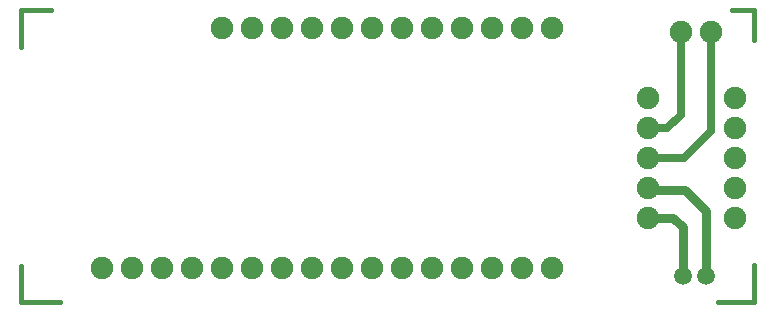
<source format=gtl>
G04 Layer: TopLayer*
G04 EasyEDA v6.4.31, 2022-03-09 14:54:07*
G04 Gerber Generator version 0.2*
G04 Scale: 100 percent, Rotated: No, Reflected: No *
G04 Dimensions in millimeters *
G04 leading zeros omitted , absolute positions ,4 integer and 5 decimal *
%FSLAX45Y45*%
%MOMM*%

%ADD11C,0.4000*%
%ADD12C,0.8000*%
%ADD13C,0.7000*%
%ADD14C,1.5000*%
%ADD15C,1.9000*%

%LPD*%
D11*
X1346200Y508000D02*
G01*
X1016000Y508000D01*
X1016000Y812800D01*
X7226300Y825500D02*
G01*
X7226300Y508000D01*
X6921500Y508000D01*
D12*
X6618300Y732409D02*
G01*
X6618300Y1141399D01*
X6540500Y1219200D01*
X6324600Y1219200D01*
X6818299Y732409D02*
G01*
X6818299Y1284300D01*
X6642100Y1460500D01*
X6337300Y1460500D01*
X6324600Y1473200D01*
D13*
X6324600Y1981200D02*
G01*
X6489700Y1981200D01*
X6604000Y2095500D01*
X6604000Y2794000D01*
X6858000Y2794000D02*
G01*
X6858000Y1955800D01*
X6629400Y1727200D01*
X6324600Y1727200D01*
D11*
X1016000Y2984500D02*
G01*
X1270000Y2984500D01*
X7035800Y2984500D02*
G01*
X7226300Y2984500D01*
X7226300Y2730500D01*
X1016000Y2984500D02*
G01*
X1016000Y2667000D01*
D14*
G01*
X6618300Y732409D03*
G01*
X6818299Y732409D03*
D15*
G01*
X5511800Y800100D03*
G01*
X5257800Y800100D03*
G01*
X5003800Y800100D03*
G01*
X4749800Y800100D03*
G01*
X4495800Y800100D03*
G01*
X4241800Y800100D03*
G01*
X3987800Y800100D03*
G01*
X3733800Y800100D03*
G01*
X3479800Y800100D03*
G01*
X3225800Y800100D03*
G01*
X2971800Y800100D03*
G01*
X2717800Y800100D03*
G01*
X2463800Y800100D03*
G01*
X2209800Y800100D03*
G01*
X1955800Y800100D03*
G01*
X1701800Y800100D03*
G01*
X5511800Y2832100D03*
G01*
X5257800Y2832100D03*
G01*
X5003800Y2832100D03*
G01*
X4749800Y2832100D03*
G01*
X4495800Y2832100D03*
G01*
X4241800Y2832100D03*
G01*
X3987800Y2832100D03*
G01*
X3733800Y2832100D03*
G01*
X3479800Y2832100D03*
G01*
X3225800Y2832100D03*
G01*
X2971800Y2832100D03*
G01*
X2717800Y2832100D03*
G01*
X6604000Y2794000D03*
G01*
X6858000Y2794000D03*
G01*
X7061200Y1473200D03*
G01*
X7061200Y1727200D03*
G01*
X7061200Y1981200D03*
G01*
X7061200Y2235200D03*
G01*
X6324600Y2235200D03*
G01*
X6324600Y1981200D03*
G01*
X6324600Y1727200D03*
G01*
X6324600Y1473200D03*
G01*
X6324600Y1219200D03*
G01*
X7061200Y1219200D03*
M02*

</source>
